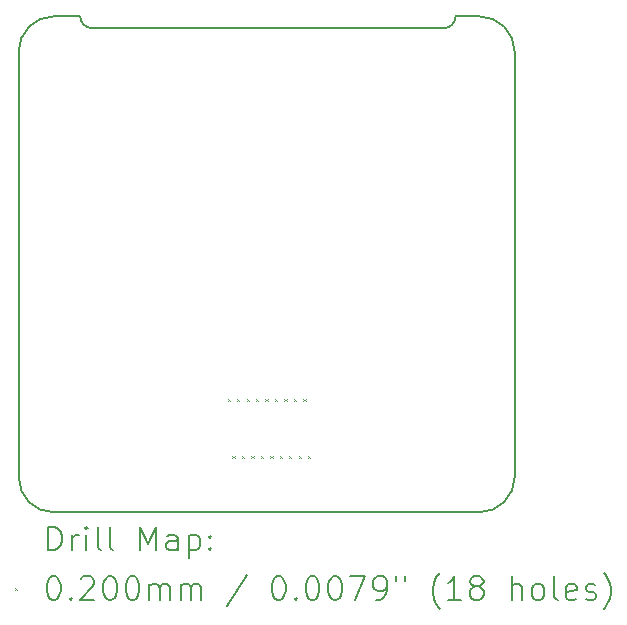
<source format=gbr>
%TF.GenerationSoftware,KiCad,Pcbnew,7.0.6*%
%TF.CreationDate,2023-09-14T09:41:23+02:00*%
%TF.ProjectId,V8,56382e6b-6963-4616-945f-706362585858,rev?*%
%TF.SameCoordinates,Original*%
%TF.FileFunction,Drillmap*%
%TF.FilePolarity,Positive*%
%FSLAX45Y45*%
G04 Gerber Fmt 4.5, Leading zero omitted, Abs format (unit mm)*
G04 Created by KiCad (PCBNEW 7.0.6) date 2023-09-14 09:41:23*
%MOMM*%
%LPD*%
G01*
G04 APERTURE LIST*
%ADD10C,0.200000*%
%ADD11C,0.020000*%
G04 APERTURE END LIST*
D10*
X13520355Y-8000000D02*
X16499645Y-8000000D01*
X12900000Y-8200000D02*
X12900000Y-11800000D01*
X16800000Y-12100000D02*
G75*
G03*
X17100000Y-11800000I0J300000D01*
G01*
X13199645Y-7900000D02*
X13420355Y-7900000D01*
X16600000Y-7900000D02*
X16800000Y-7900000D01*
X17100000Y-11800000D02*
X17100000Y-8200000D01*
X12900000Y-11800000D02*
G75*
G03*
X13200000Y-12100000I300000J0D01*
G01*
X17100000Y-8200000D02*
G75*
G03*
X16800000Y-7900000I-300000J0D01*
G01*
X13200000Y-7900000D02*
G75*
G03*
X12900000Y-8200000I0J-300000D01*
G01*
X16500000Y-8000000D02*
G75*
G03*
X16600000Y-7900000I0J100000D01*
G01*
X13200000Y-12100000D02*
X16800000Y-12100000D01*
X13420710Y-7900000D02*
G75*
G03*
X13520711Y-8000000I100000J0D01*
G01*
D11*
X14670000Y-11140000D02*
X14690000Y-11160000D01*
X14690000Y-11140000D02*
X14670000Y-11160000D01*
X14710000Y-11620000D02*
X14730000Y-11640000D01*
X14730000Y-11620000D02*
X14710000Y-11640000D01*
X14750000Y-11140000D02*
X14770000Y-11160000D01*
X14770000Y-11140000D02*
X14750000Y-11160000D01*
X14790000Y-11620000D02*
X14810000Y-11640000D01*
X14810000Y-11620000D02*
X14790000Y-11640000D01*
X14830000Y-11140000D02*
X14850000Y-11160000D01*
X14850000Y-11140000D02*
X14830000Y-11160000D01*
X14870000Y-11620000D02*
X14890000Y-11640000D01*
X14890000Y-11620000D02*
X14870000Y-11640000D01*
X14910000Y-11140000D02*
X14930000Y-11160000D01*
X14930000Y-11140000D02*
X14910000Y-11160000D01*
X14950000Y-11620000D02*
X14970000Y-11640000D01*
X14970000Y-11620000D02*
X14950000Y-11640000D01*
X14990000Y-11140000D02*
X15010000Y-11160000D01*
X15010000Y-11140000D02*
X14990000Y-11160000D01*
X15030000Y-11620000D02*
X15050000Y-11640000D01*
X15050000Y-11620000D02*
X15030000Y-11640000D01*
X15070000Y-11140000D02*
X15090000Y-11160000D01*
X15090000Y-11140000D02*
X15070000Y-11160000D01*
X15110000Y-11620000D02*
X15130000Y-11640000D01*
X15130000Y-11620000D02*
X15110000Y-11640000D01*
X15150000Y-11140000D02*
X15170000Y-11160000D01*
X15170000Y-11140000D02*
X15150000Y-11160000D01*
X15190000Y-11620000D02*
X15210000Y-11640000D01*
X15210000Y-11620000D02*
X15190000Y-11640000D01*
X15230000Y-11140000D02*
X15250000Y-11160000D01*
X15250000Y-11140000D02*
X15230000Y-11160000D01*
X15270000Y-11620000D02*
X15290000Y-11640000D01*
X15290000Y-11620000D02*
X15270000Y-11640000D01*
X15310000Y-11140000D02*
X15330000Y-11160000D01*
X15330000Y-11140000D02*
X15310000Y-11160000D01*
X15350000Y-11620000D02*
X15370000Y-11640000D01*
X15370000Y-11620000D02*
X15350000Y-11640000D01*
D10*
X13150777Y-12421484D02*
X13150777Y-12221484D01*
X13150777Y-12221484D02*
X13198396Y-12221484D01*
X13198396Y-12221484D02*
X13226967Y-12231008D01*
X13226967Y-12231008D02*
X13246015Y-12250055D01*
X13246015Y-12250055D02*
X13255539Y-12269103D01*
X13255539Y-12269103D02*
X13265062Y-12307198D01*
X13265062Y-12307198D02*
X13265062Y-12335769D01*
X13265062Y-12335769D02*
X13255539Y-12373865D01*
X13255539Y-12373865D02*
X13246015Y-12392912D01*
X13246015Y-12392912D02*
X13226967Y-12411960D01*
X13226967Y-12411960D02*
X13198396Y-12421484D01*
X13198396Y-12421484D02*
X13150777Y-12421484D01*
X13350777Y-12421484D02*
X13350777Y-12288150D01*
X13350777Y-12326246D02*
X13360301Y-12307198D01*
X13360301Y-12307198D02*
X13369824Y-12297674D01*
X13369824Y-12297674D02*
X13388872Y-12288150D01*
X13388872Y-12288150D02*
X13407920Y-12288150D01*
X13474586Y-12421484D02*
X13474586Y-12288150D01*
X13474586Y-12221484D02*
X13465062Y-12231008D01*
X13465062Y-12231008D02*
X13474586Y-12240531D01*
X13474586Y-12240531D02*
X13484110Y-12231008D01*
X13484110Y-12231008D02*
X13474586Y-12221484D01*
X13474586Y-12221484D02*
X13474586Y-12240531D01*
X13598396Y-12421484D02*
X13579348Y-12411960D01*
X13579348Y-12411960D02*
X13569824Y-12392912D01*
X13569824Y-12392912D02*
X13569824Y-12221484D01*
X13703158Y-12421484D02*
X13684110Y-12411960D01*
X13684110Y-12411960D02*
X13674586Y-12392912D01*
X13674586Y-12392912D02*
X13674586Y-12221484D01*
X13931729Y-12421484D02*
X13931729Y-12221484D01*
X13931729Y-12221484D02*
X13998396Y-12364341D01*
X13998396Y-12364341D02*
X14065062Y-12221484D01*
X14065062Y-12221484D02*
X14065062Y-12421484D01*
X14246015Y-12421484D02*
X14246015Y-12316722D01*
X14246015Y-12316722D02*
X14236491Y-12297674D01*
X14236491Y-12297674D02*
X14217443Y-12288150D01*
X14217443Y-12288150D02*
X14179348Y-12288150D01*
X14179348Y-12288150D02*
X14160301Y-12297674D01*
X14246015Y-12411960D02*
X14226967Y-12421484D01*
X14226967Y-12421484D02*
X14179348Y-12421484D01*
X14179348Y-12421484D02*
X14160301Y-12411960D01*
X14160301Y-12411960D02*
X14150777Y-12392912D01*
X14150777Y-12392912D02*
X14150777Y-12373865D01*
X14150777Y-12373865D02*
X14160301Y-12354817D01*
X14160301Y-12354817D02*
X14179348Y-12345293D01*
X14179348Y-12345293D02*
X14226967Y-12345293D01*
X14226967Y-12345293D02*
X14246015Y-12335769D01*
X14341253Y-12288150D02*
X14341253Y-12488150D01*
X14341253Y-12297674D02*
X14360301Y-12288150D01*
X14360301Y-12288150D02*
X14398396Y-12288150D01*
X14398396Y-12288150D02*
X14417443Y-12297674D01*
X14417443Y-12297674D02*
X14426967Y-12307198D01*
X14426967Y-12307198D02*
X14436491Y-12326246D01*
X14436491Y-12326246D02*
X14436491Y-12383388D01*
X14436491Y-12383388D02*
X14426967Y-12402436D01*
X14426967Y-12402436D02*
X14417443Y-12411960D01*
X14417443Y-12411960D02*
X14398396Y-12421484D01*
X14398396Y-12421484D02*
X14360301Y-12421484D01*
X14360301Y-12421484D02*
X14341253Y-12411960D01*
X14522205Y-12402436D02*
X14531729Y-12411960D01*
X14531729Y-12411960D02*
X14522205Y-12421484D01*
X14522205Y-12421484D02*
X14512682Y-12411960D01*
X14512682Y-12411960D02*
X14522205Y-12402436D01*
X14522205Y-12402436D02*
X14522205Y-12421484D01*
X14522205Y-12297674D02*
X14531729Y-12307198D01*
X14531729Y-12307198D02*
X14522205Y-12316722D01*
X14522205Y-12316722D02*
X14512682Y-12307198D01*
X14512682Y-12307198D02*
X14522205Y-12297674D01*
X14522205Y-12297674D02*
X14522205Y-12316722D01*
D11*
X12870000Y-12740000D02*
X12890000Y-12760000D01*
X12890000Y-12740000D02*
X12870000Y-12760000D01*
D10*
X13188872Y-12641484D02*
X13207920Y-12641484D01*
X13207920Y-12641484D02*
X13226967Y-12651008D01*
X13226967Y-12651008D02*
X13236491Y-12660531D01*
X13236491Y-12660531D02*
X13246015Y-12679579D01*
X13246015Y-12679579D02*
X13255539Y-12717674D01*
X13255539Y-12717674D02*
X13255539Y-12765293D01*
X13255539Y-12765293D02*
X13246015Y-12803388D01*
X13246015Y-12803388D02*
X13236491Y-12822436D01*
X13236491Y-12822436D02*
X13226967Y-12831960D01*
X13226967Y-12831960D02*
X13207920Y-12841484D01*
X13207920Y-12841484D02*
X13188872Y-12841484D01*
X13188872Y-12841484D02*
X13169824Y-12831960D01*
X13169824Y-12831960D02*
X13160301Y-12822436D01*
X13160301Y-12822436D02*
X13150777Y-12803388D01*
X13150777Y-12803388D02*
X13141253Y-12765293D01*
X13141253Y-12765293D02*
X13141253Y-12717674D01*
X13141253Y-12717674D02*
X13150777Y-12679579D01*
X13150777Y-12679579D02*
X13160301Y-12660531D01*
X13160301Y-12660531D02*
X13169824Y-12651008D01*
X13169824Y-12651008D02*
X13188872Y-12641484D01*
X13341253Y-12822436D02*
X13350777Y-12831960D01*
X13350777Y-12831960D02*
X13341253Y-12841484D01*
X13341253Y-12841484D02*
X13331729Y-12831960D01*
X13331729Y-12831960D02*
X13341253Y-12822436D01*
X13341253Y-12822436D02*
X13341253Y-12841484D01*
X13426967Y-12660531D02*
X13436491Y-12651008D01*
X13436491Y-12651008D02*
X13455539Y-12641484D01*
X13455539Y-12641484D02*
X13503158Y-12641484D01*
X13503158Y-12641484D02*
X13522205Y-12651008D01*
X13522205Y-12651008D02*
X13531729Y-12660531D01*
X13531729Y-12660531D02*
X13541253Y-12679579D01*
X13541253Y-12679579D02*
X13541253Y-12698627D01*
X13541253Y-12698627D02*
X13531729Y-12727198D01*
X13531729Y-12727198D02*
X13417443Y-12841484D01*
X13417443Y-12841484D02*
X13541253Y-12841484D01*
X13665062Y-12641484D02*
X13684110Y-12641484D01*
X13684110Y-12641484D02*
X13703158Y-12651008D01*
X13703158Y-12651008D02*
X13712682Y-12660531D01*
X13712682Y-12660531D02*
X13722205Y-12679579D01*
X13722205Y-12679579D02*
X13731729Y-12717674D01*
X13731729Y-12717674D02*
X13731729Y-12765293D01*
X13731729Y-12765293D02*
X13722205Y-12803388D01*
X13722205Y-12803388D02*
X13712682Y-12822436D01*
X13712682Y-12822436D02*
X13703158Y-12831960D01*
X13703158Y-12831960D02*
X13684110Y-12841484D01*
X13684110Y-12841484D02*
X13665062Y-12841484D01*
X13665062Y-12841484D02*
X13646015Y-12831960D01*
X13646015Y-12831960D02*
X13636491Y-12822436D01*
X13636491Y-12822436D02*
X13626967Y-12803388D01*
X13626967Y-12803388D02*
X13617443Y-12765293D01*
X13617443Y-12765293D02*
X13617443Y-12717674D01*
X13617443Y-12717674D02*
X13626967Y-12679579D01*
X13626967Y-12679579D02*
X13636491Y-12660531D01*
X13636491Y-12660531D02*
X13646015Y-12651008D01*
X13646015Y-12651008D02*
X13665062Y-12641484D01*
X13855539Y-12641484D02*
X13874586Y-12641484D01*
X13874586Y-12641484D02*
X13893634Y-12651008D01*
X13893634Y-12651008D02*
X13903158Y-12660531D01*
X13903158Y-12660531D02*
X13912682Y-12679579D01*
X13912682Y-12679579D02*
X13922205Y-12717674D01*
X13922205Y-12717674D02*
X13922205Y-12765293D01*
X13922205Y-12765293D02*
X13912682Y-12803388D01*
X13912682Y-12803388D02*
X13903158Y-12822436D01*
X13903158Y-12822436D02*
X13893634Y-12831960D01*
X13893634Y-12831960D02*
X13874586Y-12841484D01*
X13874586Y-12841484D02*
X13855539Y-12841484D01*
X13855539Y-12841484D02*
X13836491Y-12831960D01*
X13836491Y-12831960D02*
X13826967Y-12822436D01*
X13826967Y-12822436D02*
X13817443Y-12803388D01*
X13817443Y-12803388D02*
X13807920Y-12765293D01*
X13807920Y-12765293D02*
X13807920Y-12717674D01*
X13807920Y-12717674D02*
X13817443Y-12679579D01*
X13817443Y-12679579D02*
X13826967Y-12660531D01*
X13826967Y-12660531D02*
X13836491Y-12651008D01*
X13836491Y-12651008D02*
X13855539Y-12641484D01*
X14007920Y-12841484D02*
X14007920Y-12708150D01*
X14007920Y-12727198D02*
X14017443Y-12717674D01*
X14017443Y-12717674D02*
X14036491Y-12708150D01*
X14036491Y-12708150D02*
X14065063Y-12708150D01*
X14065063Y-12708150D02*
X14084110Y-12717674D01*
X14084110Y-12717674D02*
X14093634Y-12736722D01*
X14093634Y-12736722D02*
X14093634Y-12841484D01*
X14093634Y-12736722D02*
X14103158Y-12717674D01*
X14103158Y-12717674D02*
X14122205Y-12708150D01*
X14122205Y-12708150D02*
X14150777Y-12708150D01*
X14150777Y-12708150D02*
X14169824Y-12717674D01*
X14169824Y-12717674D02*
X14179348Y-12736722D01*
X14179348Y-12736722D02*
X14179348Y-12841484D01*
X14274586Y-12841484D02*
X14274586Y-12708150D01*
X14274586Y-12727198D02*
X14284110Y-12717674D01*
X14284110Y-12717674D02*
X14303158Y-12708150D01*
X14303158Y-12708150D02*
X14331729Y-12708150D01*
X14331729Y-12708150D02*
X14350777Y-12717674D01*
X14350777Y-12717674D02*
X14360301Y-12736722D01*
X14360301Y-12736722D02*
X14360301Y-12841484D01*
X14360301Y-12736722D02*
X14369824Y-12717674D01*
X14369824Y-12717674D02*
X14388872Y-12708150D01*
X14388872Y-12708150D02*
X14417443Y-12708150D01*
X14417443Y-12708150D02*
X14436491Y-12717674D01*
X14436491Y-12717674D02*
X14446015Y-12736722D01*
X14446015Y-12736722D02*
X14446015Y-12841484D01*
X14836491Y-12631960D02*
X14665063Y-12889103D01*
X15093634Y-12641484D02*
X15112682Y-12641484D01*
X15112682Y-12641484D02*
X15131729Y-12651008D01*
X15131729Y-12651008D02*
X15141253Y-12660531D01*
X15141253Y-12660531D02*
X15150777Y-12679579D01*
X15150777Y-12679579D02*
X15160301Y-12717674D01*
X15160301Y-12717674D02*
X15160301Y-12765293D01*
X15160301Y-12765293D02*
X15150777Y-12803388D01*
X15150777Y-12803388D02*
X15141253Y-12822436D01*
X15141253Y-12822436D02*
X15131729Y-12831960D01*
X15131729Y-12831960D02*
X15112682Y-12841484D01*
X15112682Y-12841484D02*
X15093634Y-12841484D01*
X15093634Y-12841484D02*
X15074586Y-12831960D01*
X15074586Y-12831960D02*
X15065063Y-12822436D01*
X15065063Y-12822436D02*
X15055539Y-12803388D01*
X15055539Y-12803388D02*
X15046015Y-12765293D01*
X15046015Y-12765293D02*
X15046015Y-12717674D01*
X15046015Y-12717674D02*
X15055539Y-12679579D01*
X15055539Y-12679579D02*
X15065063Y-12660531D01*
X15065063Y-12660531D02*
X15074586Y-12651008D01*
X15074586Y-12651008D02*
X15093634Y-12641484D01*
X15246015Y-12822436D02*
X15255539Y-12831960D01*
X15255539Y-12831960D02*
X15246015Y-12841484D01*
X15246015Y-12841484D02*
X15236491Y-12831960D01*
X15236491Y-12831960D02*
X15246015Y-12822436D01*
X15246015Y-12822436D02*
X15246015Y-12841484D01*
X15379348Y-12641484D02*
X15398396Y-12641484D01*
X15398396Y-12641484D02*
X15417444Y-12651008D01*
X15417444Y-12651008D02*
X15426967Y-12660531D01*
X15426967Y-12660531D02*
X15436491Y-12679579D01*
X15436491Y-12679579D02*
X15446015Y-12717674D01*
X15446015Y-12717674D02*
X15446015Y-12765293D01*
X15446015Y-12765293D02*
X15436491Y-12803388D01*
X15436491Y-12803388D02*
X15426967Y-12822436D01*
X15426967Y-12822436D02*
X15417444Y-12831960D01*
X15417444Y-12831960D02*
X15398396Y-12841484D01*
X15398396Y-12841484D02*
X15379348Y-12841484D01*
X15379348Y-12841484D02*
X15360301Y-12831960D01*
X15360301Y-12831960D02*
X15350777Y-12822436D01*
X15350777Y-12822436D02*
X15341253Y-12803388D01*
X15341253Y-12803388D02*
X15331729Y-12765293D01*
X15331729Y-12765293D02*
X15331729Y-12717674D01*
X15331729Y-12717674D02*
X15341253Y-12679579D01*
X15341253Y-12679579D02*
X15350777Y-12660531D01*
X15350777Y-12660531D02*
X15360301Y-12651008D01*
X15360301Y-12651008D02*
X15379348Y-12641484D01*
X15569825Y-12641484D02*
X15588872Y-12641484D01*
X15588872Y-12641484D02*
X15607920Y-12651008D01*
X15607920Y-12651008D02*
X15617444Y-12660531D01*
X15617444Y-12660531D02*
X15626967Y-12679579D01*
X15626967Y-12679579D02*
X15636491Y-12717674D01*
X15636491Y-12717674D02*
X15636491Y-12765293D01*
X15636491Y-12765293D02*
X15626967Y-12803388D01*
X15626967Y-12803388D02*
X15617444Y-12822436D01*
X15617444Y-12822436D02*
X15607920Y-12831960D01*
X15607920Y-12831960D02*
X15588872Y-12841484D01*
X15588872Y-12841484D02*
X15569825Y-12841484D01*
X15569825Y-12841484D02*
X15550777Y-12831960D01*
X15550777Y-12831960D02*
X15541253Y-12822436D01*
X15541253Y-12822436D02*
X15531729Y-12803388D01*
X15531729Y-12803388D02*
X15522206Y-12765293D01*
X15522206Y-12765293D02*
X15522206Y-12717674D01*
X15522206Y-12717674D02*
X15531729Y-12679579D01*
X15531729Y-12679579D02*
X15541253Y-12660531D01*
X15541253Y-12660531D02*
X15550777Y-12651008D01*
X15550777Y-12651008D02*
X15569825Y-12641484D01*
X15703158Y-12641484D02*
X15836491Y-12641484D01*
X15836491Y-12641484D02*
X15750777Y-12841484D01*
X15922206Y-12841484D02*
X15960301Y-12841484D01*
X15960301Y-12841484D02*
X15979348Y-12831960D01*
X15979348Y-12831960D02*
X15988872Y-12822436D01*
X15988872Y-12822436D02*
X16007920Y-12793865D01*
X16007920Y-12793865D02*
X16017444Y-12755769D01*
X16017444Y-12755769D02*
X16017444Y-12679579D01*
X16017444Y-12679579D02*
X16007920Y-12660531D01*
X16007920Y-12660531D02*
X15998396Y-12651008D01*
X15998396Y-12651008D02*
X15979348Y-12641484D01*
X15979348Y-12641484D02*
X15941253Y-12641484D01*
X15941253Y-12641484D02*
X15922206Y-12651008D01*
X15922206Y-12651008D02*
X15912682Y-12660531D01*
X15912682Y-12660531D02*
X15903158Y-12679579D01*
X15903158Y-12679579D02*
X15903158Y-12727198D01*
X15903158Y-12727198D02*
X15912682Y-12746246D01*
X15912682Y-12746246D02*
X15922206Y-12755769D01*
X15922206Y-12755769D02*
X15941253Y-12765293D01*
X15941253Y-12765293D02*
X15979348Y-12765293D01*
X15979348Y-12765293D02*
X15998396Y-12755769D01*
X15998396Y-12755769D02*
X16007920Y-12746246D01*
X16007920Y-12746246D02*
X16017444Y-12727198D01*
X16093634Y-12641484D02*
X16093634Y-12679579D01*
X16169825Y-12641484D02*
X16169825Y-12679579D01*
X16465063Y-12917674D02*
X16455539Y-12908150D01*
X16455539Y-12908150D02*
X16436491Y-12879579D01*
X16436491Y-12879579D02*
X16426968Y-12860531D01*
X16426968Y-12860531D02*
X16417444Y-12831960D01*
X16417444Y-12831960D02*
X16407920Y-12784341D01*
X16407920Y-12784341D02*
X16407920Y-12746246D01*
X16407920Y-12746246D02*
X16417444Y-12698627D01*
X16417444Y-12698627D02*
X16426968Y-12670055D01*
X16426968Y-12670055D02*
X16436491Y-12651008D01*
X16436491Y-12651008D02*
X16455539Y-12622436D01*
X16455539Y-12622436D02*
X16465063Y-12612912D01*
X16646015Y-12841484D02*
X16531729Y-12841484D01*
X16588872Y-12841484D02*
X16588872Y-12641484D01*
X16588872Y-12641484D02*
X16569825Y-12670055D01*
X16569825Y-12670055D02*
X16550777Y-12689103D01*
X16550777Y-12689103D02*
X16531729Y-12698627D01*
X16760301Y-12727198D02*
X16741253Y-12717674D01*
X16741253Y-12717674D02*
X16731729Y-12708150D01*
X16731729Y-12708150D02*
X16722206Y-12689103D01*
X16722206Y-12689103D02*
X16722206Y-12679579D01*
X16722206Y-12679579D02*
X16731729Y-12660531D01*
X16731729Y-12660531D02*
X16741253Y-12651008D01*
X16741253Y-12651008D02*
X16760301Y-12641484D01*
X16760301Y-12641484D02*
X16798396Y-12641484D01*
X16798396Y-12641484D02*
X16817444Y-12651008D01*
X16817444Y-12651008D02*
X16826968Y-12660531D01*
X16826968Y-12660531D02*
X16836491Y-12679579D01*
X16836491Y-12679579D02*
X16836491Y-12689103D01*
X16836491Y-12689103D02*
X16826968Y-12708150D01*
X16826968Y-12708150D02*
X16817444Y-12717674D01*
X16817444Y-12717674D02*
X16798396Y-12727198D01*
X16798396Y-12727198D02*
X16760301Y-12727198D01*
X16760301Y-12727198D02*
X16741253Y-12736722D01*
X16741253Y-12736722D02*
X16731729Y-12746246D01*
X16731729Y-12746246D02*
X16722206Y-12765293D01*
X16722206Y-12765293D02*
X16722206Y-12803388D01*
X16722206Y-12803388D02*
X16731729Y-12822436D01*
X16731729Y-12822436D02*
X16741253Y-12831960D01*
X16741253Y-12831960D02*
X16760301Y-12841484D01*
X16760301Y-12841484D02*
X16798396Y-12841484D01*
X16798396Y-12841484D02*
X16817444Y-12831960D01*
X16817444Y-12831960D02*
X16826968Y-12822436D01*
X16826968Y-12822436D02*
X16836491Y-12803388D01*
X16836491Y-12803388D02*
X16836491Y-12765293D01*
X16836491Y-12765293D02*
X16826968Y-12746246D01*
X16826968Y-12746246D02*
X16817444Y-12736722D01*
X16817444Y-12736722D02*
X16798396Y-12727198D01*
X17074587Y-12841484D02*
X17074587Y-12641484D01*
X17160301Y-12841484D02*
X17160301Y-12736722D01*
X17160301Y-12736722D02*
X17150777Y-12717674D01*
X17150777Y-12717674D02*
X17131730Y-12708150D01*
X17131730Y-12708150D02*
X17103158Y-12708150D01*
X17103158Y-12708150D02*
X17084111Y-12717674D01*
X17084111Y-12717674D02*
X17074587Y-12727198D01*
X17284111Y-12841484D02*
X17265063Y-12831960D01*
X17265063Y-12831960D02*
X17255539Y-12822436D01*
X17255539Y-12822436D02*
X17246015Y-12803388D01*
X17246015Y-12803388D02*
X17246015Y-12746246D01*
X17246015Y-12746246D02*
X17255539Y-12727198D01*
X17255539Y-12727198D02*
X17265063Y-12717674D01*
X17265063Y-12717674D02*
X17284111Y-12708150D01*
X17284111Y-12708150D02*
X17312682Y-12708150D01*
X17312682Y-12708150D02*
X17331730Y-12717674D01*
X17331730Y-12717674D02*
X17341253Y-12727198D01*
X17341253Y-12727198D02*
X17350777Y-12746246D01*
X17350777Y-12746246D02*
X17350777Y-12803388D01*
X17350777Y-12803388D02*
X17341253Y-12822436D01*
X17341253Y-12822436D02*
X17331730Y-12831960D01*
X17331730Y-12831960D02*
X17312682Y-12841484D01*
X17312682Y-12841484D02*
X17284111Y-12841484D01*
X17465063Y-12841484D02*
X17446015Y-12831960D01*
X17446015Y-12831960D02*
X17436492Y-12812912D01*
X17436492Y-12812912D02*
X17436492Y-12641484D01*
X17617444Y-12831960D02*
X17598396Y-12841484D01*
X17598396Y-12841484D02*
X17560301Y-12841484D01*
X17560301Y-12841484D02*
X17541253Y-12831960D01*
X17541253Y-12831960D02*
X17531730Y-12812912D01*
X17531730Y-12812912D02*
X17531730Y-12736722D01*
X17531730Y-12736722D02*
X17541253Y-12717674D01*
X17541253Y-12717674D02*
X17560301Y-12708150D01*
X17560301Y-12708150D02*
X17598396Y-12708150D01*
X17598396Y-12708150D02*
X17617444Y-12717674D01*
X17617444Y-12717674D02*
X17626968Y-12736722D01*
X17626968Y-12736722D02*
X17626968Y-12755769D01*
X17626968Y-12755769D02*
X17531730Y-12774817D01*
X17703158Y-12831960D02*
X17722206Y-12841484D01*
X17722206Y-12841484D02*
X17760301Y-12841484D01*
X17760301Y-12841484D02*
X17779349Y-12831960D01*
X17779349Y-12831960D02*
X17788873Y-12812912D01*
X17788873Y-12812912D02*
X17788873Y-12803388D01*
X17788873Y-12803388D02*
X17779349Y-12784341D01*
X17779349Y-12784341D02*
X17760301Y-12774817D01*
X17760301Y-12774817D02*
X17731730Y-12774817D01*
X17731730Y-12774817D02*
X17712682Y-12765293D01*
X17712682Y-12765293D02*
X17703158Y-12746246D01*
X17703158Y-12746246D02*
X17703158Y-12736722D01*
X17703158Y-12736722D02*
X17712682Y-12717674D01*
X17712682Y-12717674D02*
X17731730Y-12708150D01*
X17731730Y-12708150D02*
X17760301Y-12708150D01*
X17760301Y-12708150D02*
X17779349Y-12717674D01*
X17855539Y-12917674D02*
X17865063Y-12908150D01*
X17865063Y-12908150D02*
X17884111Y-12879579D01*
X17884111Y-12879579D02*
X17893634Y-12860531D01*
X17893634Y-12860531D02*
X17903158Y-12831960D01*
X17903158Y-12831960D02*
X17912682Y-12784341D01*
X17912682Y-12784341D02*
X17912682Y-12746246D01*
X17912682Y-12746246D02*
X17903158Y-12698627D01*
X17903158Y-12698627D02*
X17893634Y-12670055D01*
X17893634Y-12670055D02*
X17884111Y-12651008D01*
X17884111Y-12651008D02*
X17865063Y-12622436D01*
X17865063Y-12622436D02*
X17855539Y-12612912D01*
M02*

</source>
